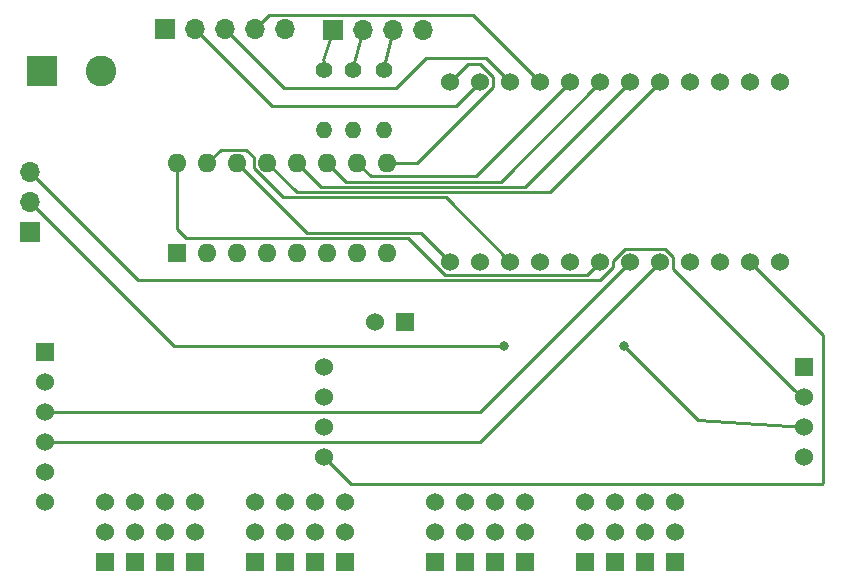
<source format=gbr>
%TF.GenerationSoftware,KiCad,Pcbnew,6.0.2+dfsg-1*%
%TF.CreationDate,2022-09-06T17:18:22-04:00*%
%TF.ProjectId,main-skulls,6d61696e-2d73-46b7-956c-6c732e6b6963,rev?*%
%TF.SameCoordinates,Original*%
%TF.FileFunction,Copper,L1,Top*%
%TF.FilePolarity,Positive*%
%FSLAX46Y46*%
G04 Gerber Fmt 4.6, Leading zero omitted, Abs format (unit mm)*
G04 Created by KiCad (PCBNEW 6.0.2+dfsg-1) date 2022-09-06 17:18:22*
%MOMM*%
%LPD*%
G01*
G04 APERTURE LIST*
%TA.AperFunction,ComponentPad*%
%ADD10R,1.700000X1.700000*%
%TD*%
%TA.AperFunction,ComponentPad*%
%ADD11O,1.700000X1.700000*%
%TD*%
%TA.AperFunction,ComponentPad*%
%ADD12C,1.524000*%
%TD*%
%TA.AperFunction,ComponentPad*%
%ADD13R,1.524000X1.524000*%
%TD*%
%TA.AperFunction,ComponentPad*%
%ADD14R,1.600000X1.600000*%
%TD*%
%TA.AperFunction,ComponentPad*%
%ADD15O,1.600000X1.600000*%
%TD*%
%TA.AperFunction,ComponentPad*%
%ADD16O,1.400000X1.400000*%
%TD*%
%TA.AperFunction,ComponentPad*%
%ADD17C,1.400000*%
%TD*%
%TA.AperFunction,ComponentPad*%
%ADD18R,2.600000X2.600000*%
%TD*%
%TA.AperFunction,ComponentPad*%
%ADD19C,2.600000*%
%TD*%
%TA.AperFunction,ViaPad*%
%ADD20C,0.800000*%
%TD*%
%TA.AperFunction,Conductor*%
%ADD21C,0.250000*%
%TD*%
G04 APERTURE END LIST*
D10*
%TO.P,J2,1*%
%TO.N,GND*%
X109728000Y-93980000D03*
D11*
%TO.P,J2,2*%
%TO.N,Net-(J1-Pad2)*%
X109728000Y-91440000D03*
%TO.P,J2,3*%
%TO.N,Net-(J1-Pad3)*%
X109728000Y-88900000D03*
%TD*%
%TO.P,D2,4,A*%
%TO.N,VCC*%
X143012000Y-76835000D03*
%TO.P,D2,3,BK*%
%TO.N,Net-(D1-Pad3)*%
X140472000Y-76835000D03*
%TO.P,D2,2,GK*%
%TO.N,Net-(D1-Pad2)*%
X137932000Y-76835000D03*
D10*
%TO.P,D2,1,RK*%
%TO.N,Net-(D1-Pad1)*%
X135392000Y-76835000D03*
%TD*%
%TO.P,J3,1,Pin_1*%
%TO.N,GND*%
X121158000Y-76765000D03*
D11*
%TO.P,J3,2,Pin_2*%
%TO.N,Net-(J3-Pad2)*%
X123698000Y-76765000D03*
%TO.P,J3,3,Pin_3*%
%TO.N,Net-(J3-Pad3)*%
X126238000Y-76765000D03*
%TO.P,J3,4,Pin_4*%
%TO.N,Net-(J3-Pad4)*%
X128778000Y-76765000D03*
%TO.P,J3,5,Pin_5*%
%TO.N,VCC*%
X131318000Y-76765000D03*
%TD*%
D12*
%TO.P,U2,1,TX*%
%TO.N,unconnected-(U2-Pad1)*%
X173228000Y-96520000D03*
%TO.P,U2,2,RX*%
%TO.N,/485RO*%
X170688000Y-96520000D03*
%TO.P,U2,3,GND*%
%TO.N,unconnected-(U2-Pad3)*%
X168148000Y-96520000D03*
%TO.P,U2,4,GND*%
%TO.N,unconnected-(U2-Pad4)*%
X165608000Y-96520000D03*
%TO.P,U2,5,SDA*%
%TO.N,/SERVO_SDA*%
X163068000Y-96520000D03*
%TO.P,U2,6,SCL*%
%TO.N,/SERVO_SCL*%
X160528000Y-96520000D03*
%TO.P,U2,7,D4*%
%TO.N,/ADDR_1*%
X157988000Y-96520000D03*
%TO.P,U2,8,C6*%
%TO.N,/EYE_R*%
X155448000Y-96520000D03*
%TO.P,U2,9,D7*%
%TO.N,/EYE_G*%
X152908000Y-96520000D03*
%TO.P,U2,10,E6*%
%TO.N,/ADDR_2*%
X150368000Y-96520000D03*
%TO.P,U2,11,B4*%
%TO.N,/EYE_B*%
X147828000Y-96520000D03*
%TO.P,U2,12,B5*%
%TO.N,/ADDR_3*%
X145288000Y-96520000D03*
%TO.P,U2,13,B6*%
%TO.N,/ADDR_8*%
X145288000Y-81280000D03*
%TO.P,U2,14,B2*%
%TO.N,Net-(J3-Pad2)*%
X147828000Y-81280000D03*
%TO.P,U2,15,B3*%
%TO.N,Net-(J3-Pad3)*%
X150368000Y-81280000D03*
%TO.P,U2,16,B1*%
%TO.N,Net-(J3-Pad4)*%
X152908000Y-81280000D03*
%TO.P,U2,17,F7*%
%TO.N,/ADDR_7*%
X155448000Y-81280000D03*
%TO.P,U2,18,F6*%
%TO.N,/ADDR_6*%
X157988000Y-81280000D03*
%TO.P,U2,19,F5*%
%TO.N,/ADDR_5*%
X160528000Y-81280000D03*
%TO.P,U2,20,F4*%
%TO.N,/ADDR_4*%
X163068000Y-81280000D03*
%TO.P,U2,21,VCC*%
%TO.N,unconnected-(U2-Pad21)*%
X165608000Y-81280000D03*
%TO.P,U2,22,RST*%
%TO.N,unconnected-(U2-Pad22)*%
X168148000Y-81280000D03*
%TO.P,U2,23,GND*%
%TO.N,GND*%
X170688000Y-81280000D03*
%TO.P,U2,24,RAW*%
%TO.N,VCC*%
X173228000Y-81280000D03*
%TD*%
D13*
%TO.P,U3,25,VDD*%
%TO.N,GND*%
X110998000Y-104140000D03*
X149098000Y-121920000D03*
X133858000Y-121920000D03*
X156718000Y-121920000D03*
X136398000Y-121920000D03*
X159258000Y-121920000D03*
X151638000Y-121920000D03*
X123698000Y-121920000D03*
X164338000Y-121920000D03*
X128778000Y-121920000D03*
X161798000Y-121920000D03*
X144018000Y-121920000D03*
X116078000Y-121920000D03*
X146558000Y-121920000D03*
X141478000Y-101600000D03*
X118618000Y-121920000D03*
X131318000Y-121920000D03*
X121158000Y-121920000D03*
D12*
%TO.P,U3,24,SDA*%
%TO.N,/SERVO_SDA*%
X110998000Y-111760000D03*
%TO.P,U3,23,SCL*%
%TO.N,/SERVO_SCL*%
X110998000Y-109220000D03*
%TO.P,U3,20,~{OE}*%
%TO.N,unconnected-(U3-Pad20)*%
X110998000Y-106680000D03*
%TO.P,U3,19,LED15*%
%TO.N,/EXP_MOTOR_10*%
X164338000Y-116840000D03*
%TO.P,U3,18,LED14*%
%TO.N,/EXP_MOTOR_9*%
X161798000Y-116840000D03*
%TO.P,U3,17,LED13*%
%TO.N,/EXP_MOTOR_8*%
X159258000Y-116840000D03*
%TO.P,U3,16,LED12*%
%TO.N,/EXP_MOTOR_7*%
X156718000Y-116840000D03*
%TO.P,U3,15,LED11*%
%TO.N,/EXP_MOTOR_6*%
X151638000Y-116840000D03*
%TO.P,U3,14,LED10*%
%TO.N,/EXP_MOTOR_5*%
X149098000Y-116840000D03*
%TO.P,U3,13,LED9*%
%TO.N,/EXP_MOTOR_4*%
X146558000Y-116840000D03*
%TO.P,U3,12,LED8*%
%TO.N,/EXP_MOTOR_3*%
X144018000Y-116840000D03*
%TO.P,U3,11,VSS*%
%TO.N,VCC*%
X110998000Y-114300000D03*
X161798000Y-119380000D03*
X133858000Y-119380000D03*
X156718000Y-119380000D03*
X118618000Y-119380000D03*
X110998000Y-116840000D03*
X128778000Y-119380000D03*
X138938000Y-101600000D03*
X151638000Y-119380000D03*
X136398000Y-119380000D03*
X149098000Y-119380000D03*
X164338000Y-119380000D03*
X123698000Y-119380000D03*
X159258000Y-119380000D03*
X116078000Y-119380000D03*
X131318000Y-119380000D03*
X121158000Y-119380000D03*
X144018000Y-119380000D03*
X146558000Y-119380000D03*
%TO.P,U3,10,LED7*%
%TO.N,/EXP_MOTOR_2*%
X136398000Y-116840000D03*
%TO.P,U3,9,LED6*%
%TO.N,/EXP_MOTOR_1*%
X133858000Y-116840000D03*
%TO.P,U3,8,LED5*%
%TO.N,/EYE_V_MOTOR*%
X131318000Y-116840000D03*
%TO.P,U3,7,LED4*%
%TO.N,/EYE_H_MOTOR*%
X128778000Y-116840000D03*
%TO.P,U3,6,LED3*%
%TO.N,/NODMOTOR*%
X123698000Y-116840000D03*
%TO.P,U3,5,LED2*%
%TO.N,/TILTMOTOR*%
X121158000Y-116840000D03*
%TO.P,U3,4,LED1*%
%TO.N,/PANMOTOR*%
X118618000Y-116840000D03*
%TO.P,U3,3,LED0*%
%TO.N,/JAWMOTOR*%
X116078000Y-116840000D03*
%TD*%
%TO.P,U1,1,RO*%
%TO.N,/485RO*%
X134620000Y-113030000D03*
%TO.P,U1,2,~{RE}*%
%TO.N,GND*%
X134620000Y-110490000D03*
%TO.P,U1,3,DE*%
X134620000Y-107950000D03*
%TO.P,U1,4,DI*%
%TO.N,unconnected-(U1-Pad4)*%
X134620000Y-105410000D03*
D13*
%TO.P,U1,5,GND*%
%TO.N,GND*%
X175260000Y-105410000D03*
D12*
%TO.P,U1,6,A*%
%TO.N,Net-(J1-Pad3)*%
X175260000Y-107950000D03*
%TO.P,U1,7,B*%
%TO.N,Net-(J1-Pad2)*%
X175260000Y-110490000D03*
%TO.P,U1,8,VCC*%
%TO.N,VCC*%
X175260000Y-113030000D03*
%TD*%
D14*
%TO.P,SW1,1*%
%TO.N,GND*%
X122189000Y-95748000D03*
D15*
%TO.P,SW1,2*%
X124729000Y-95748000D03*
%TO.P,SW1,3*%
X127269000Y-95748000D03*
%TO.P,SW1,4*%
X129809000Y-95748000D03*
%TO.P,SW1,5*%
X132349000Y-95748000D03*
%TO.P,SW1,6*%
X134889000Y-95748000D03*
%TO.P,SW1,7*%
X137429000Y-95748000D03*
%TO.P,SW1,8*%
X139969000Y-95748000D03*
%TO.P,SW1,9*%
%TO.N,/ADDR_8*%
X139969000Y-88128000D03*
%TO.P,SW1,10*%
%TO.N,/ADDR_7*%
X137429000Y-88128000D03*
%TO.P,SW1,11*%
%TO.N,/ADDR_6*%
X134889000Y-88128000D03*
%TO.P,SW1,12*%
%TO.N,/ADDR_5*%
X132349000Y-88128000D03*
%TO.P,SW1,13*%
%TO.N,/ADDR_4*%
X129809000Y-88128000D03*
%TO.P,SW1,14*%
%TO.N,/ADDR_3*%
X127269000Y-88128000D03*
%TO.P,SW1,15*%
%TO.N,/ADDR_2*%
X124729000Y-88128000D03*
%TO.P,SW1,16*%
%TO.N,/ADDR_1*%
X122189000Y-88128000D03*
%TD*%
D16*
%TO.P,R3,2*%
%TO.N,/EYE_R*%
X139700000Y-85344000D03*
D17*
%TO.P,R3,1*%
%TO.N,Net-(D1-Pad3)*%
X139700000Y-80264000D03*
%TD*%
%TO.P,R2,1*%
%TO.N,Net-(D1-Pad2)*%
X137033000Y-80264000D03*
D16*
%TO.P,R2,2*%
%TO.N,/EYE_G*%
X137033000Y-85344000D03*
%TD*%
D17*
%TO.P,R1,1*%
%TO.N,Net-(D1-Pad1)*%
X134620000Y-80264000D03*
D16*
%TO.P,R1,2*%
%TO.N,/EYE_B*%
X134620000Y-85344000D03*
%TD*%
D18*
%TO.P,J4,1,Pin_1*%
%TO.N,GND*%
X110744000Y-80315000D03*
D19*
%TO.P,J4,2,Pin_2*%
%TO.N,VCC*%
X115744000Y-80315000D03*
%TD*%
D20*
%TO.N,Net-(J1-Pad2)*%
X160020000Y-103632000D03*
X149860000Y-103632000D03*
%TD*%
D21*
%TO.N,Net-(J3-Pad3)*%
X126238000Y-76765000D02*
X131261000Y-81788000D01*
X131261000Y-81788000D02*
X140716000Y-81788000D01*
X140716000Y-81788000D02*
X143256000Y-79248000D01*
X143256000Y-79248000D02*
X148336000Y-79248000D01*
X148336000Y-79248000D02*
X150368000Y-81280000D01*
%TO.N,Net-(D1-Pad3)*%
X140472000Y-76835000D02*
X139700000Y-79949991D01*
%TO.N,Net-(D1-Pad2)*%
X137932000Y-76835000D02*
X137033000Y-79949991D01*
%TO.N,Net-(D1-Pad1)*%
X135392000Y-76835000D02*
X134493000Y-79375000D01*
X134493000Y-79375000D02*
X134620000Y-79502000D01*
X134620000Y-79502000D02*
X134620000Y-79949991D01*
%TO.N,/485RO*%
X170688000Y-96520000D02*
X176854511Y-102686511D01*
X176854511Y-102686511D02*
X176854511Y-115245489D01*
X176854511Y-115245489D02*
X176784000Y-115316000D01*
X176784000Y-115316000D02*
X136906000Y-115316000D01*
X136906000Y-115316000D02*
X134620000Y-113030000D01*
%TO.N,/SERVO_SCL*%
X160528000Y-96520000D02*
X147828000Y-109220000D01*
X147828000Y-109220000D02*
X110998000Y-109220000D01*
%TO.N,/SERVO_SDA*%
X163068000Y-96520000D02*
X147828000Y-111760000D01*
X147828000Y-111760000D02*
X110998000Y-111760000D01*
%TO.N,Net-(J1-Pad3)*%
X109728000Y-88900000D02*
X118884031Y-98056031D01*
X118884031Y-98056031D02*
X157988529Y-98056031D01*
X157988529Y-98056031D02*
X159074511Y-96970049D01*
X159074511Y-96970049D02*
X159074511Y-96436929D01*
X174371000Y-107315000D02*
X175260000Y-107950000D01*
X159074511Y-96436929D02*
X160077951Y-95433489D01*
X160077951Y-95433489D02*
X163518049Y-95433489D01*
X163518049Y-95433489D02*
X164154511Y-96069951D01*
X164154511Y-96069951D02*
X164154511Y-97098511D01*
X164154511Y-97098511D02*
X174371000Y-107315000D01*
%TO.N,Net-(J1-Pad2)*%
X160020000Y-103632000D02*
X166243000Y-109855000D01*
X166243000Y-109855000D02*
X175260000Y-110490000D01*
X121920000Y-103632000D02*
X149860000Y-103632000D01*
X109728000Y-91440000D02*
X121920000Y-103632000D01*
%TO.N,/ADDR_2*%
X124729000Y-88128000D02*
X125853511Y-87003489D01*
X125853511Y-87003489D02*
X128025767Y-87003489D01*
X128025767Y-87003489D02*
X128684489Y-87662211D01*
X128684489Y-87662211D02*
X128684489Y-88593789D01*
X128684489Y-88593789D02*
X131141291Y-91050591D01*
X131141291Y-91050591D02*
X144898591Y-91050591D01*
X144898591Y-91050591D02*
X150368000Y-96520000D01*
%TO.N,/ADDR_3*%
X127269000Y-88128000D02*
X133179480Y-94038480D01*
X133179480Y-94038480D02*
X142806480Y-94038480D01*
X142806480Y-94038480D02*
X145288000Y-96520000D01*
%TO.N,/ADDR_4*%
X129809000Y-88128000D02*
X132282071Y-90601071D01*
X132282071Y-90601071D02*
X153746929Y-90601071D01*
X153746929Y-90601071D02*
X163068000Y-81280000D01*
%TO.N,/ADDR_5*%
X132349000Y-88128000D02*
X134372551Y-90151551D01*
X134372551Y-90151551D02*
X151656449Y-90151551D01*
X151656449Y-90151551D02*
X160528000Y-81280000D01*
%TO.N,/ADDR_6*%
X134889000Y-88128000D02*
X136463031Y-89702031D01*
X149565969Y-89702031D02*
X157988000Y-81280000D01*
X136463031Y-89702031D02*
X149565969Y-89702031D01*
%TO.N,/ADDR_7*%
X137429000Y-88128000D02*
X138553511Y-89252511D01*
X138553511Y-89252511D02*
X147475489Y-89252511D01*
X147475489Y-89252511D02*
X155448000Y-81280000D01*
%TO.N,/ADDR_8*%
X139969000Y-88128000D02*
X142516560Y-88128000D01*
X142516560Y-88128000D02*
X148914511Y-81730049D01*
X148914511Y-81730049D02*
X148914511Y-80829951D01*
X148914511Y-80829951D02*
X147840560Y-79756000D01*
X147840560Y-79756000D02*
X146812000Y-79756000D01*
X146812000Y-79756000D02*
X145288000Y-81280000D01*
%TO.N,Net-(J3-Pad2)*%
X130245000Y-83312000D02*
X130556000Y-83312000D01*
X130564511Y-83303489D02*
X145804511Y-83303489D01*
X123698000Y-76765000D02*
X130245000Y-83312000D01*
X130556000Y-83312000D02*
X130564511Y-83303489D01*
X145804511Y-83303489D02*
X147828000Y-81280000D01*
%TO.N,Net-(J3-Pad4)*%
X128778000Y-76765000D02*
X129952511Y-75590489D01*
X129952511Y-75590489D02*
X147218489Y-75590489D01*
X147218489Y-75590489D02*
X152908000Y-81280000D01*
%TO.N,/ADDR_1*%
X122189000Y-93741000D02*
X122936000Y-94488000D01*
X122189000Y-88128000D02*
X122189000Y-93741000D01*
X122936000Y-94488000D02*
X141719440Y-94488000D01*
X141719440Y-94488000D02*
X144837951Y-97606511D01*
X144837951Y-97606511D02*
X156901489Y-97606511D01*
X156901489Y-97606511D02*
X157988000Y-96520000D01*
%TD*%
M02*

</source>
